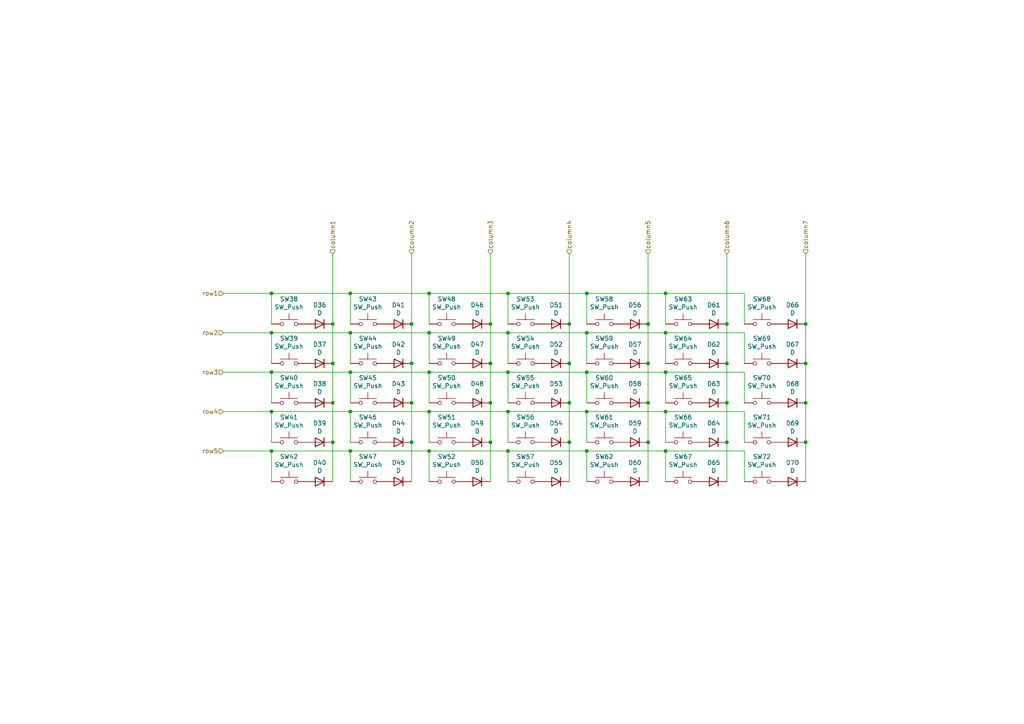
<source format=kicad_sch>
(kicad_sch (version 20211123) (generator eeschema)
  (paper "A4")
  (title_block (title "Xenopon Keyboard") (date "2021-12-15") (rev "2") (company "Jesper Fasth"))
  (lib_symbols
    (symbol "Device:D" (pin_numbers hide) (pin_names (offset 1.016) hide)
      (property "Reference" "D" (at 0 2.54 0))
      (property "Value" "D" (at 0 -2.54 0))
      (symbol "D_0_1"
        (polyline (pts (xy -1.27 1.27) (xy -1.27 -1.27)) (stroke (width 0.254)))
        (polyline (pts (xy 1.27 0) (xy -1.27 0)))
        (polyline (pts (xy 1.27 1.27) (xy 1.27 -1.27) (xy -1.27 0) (xy 1.27 1.27)) (stroke (width 0.254)))
      )
      (symbol "D_1_1"
        (pin passive line (at -3.81 0 0) (length 2.54) (name "K") (number "1"))
        (pin passive line (at 3.81 0 180) (length 2.54) (name "A") (number "2"))
      )
    )
    (symbol "Switch:SW_Push" (pin_numbers hide) (pin_names (offset 1.016) hide)
      (property "Reference" "SW" (at 1.27 2.54 0))
      (property "Value" "SW_Push" (at 0 -1.524 0))
      (symbol "SW_Push_0_1"
        (circle (center -2.032 0) (radius 0.508))
        (polyline (pts (xy 0 1.27) (xy 0 3.048)))
        (polyline (pts (xy 2.54 1.27) (xy -2.54 1.27)))
        (circle (center 2.032 0) (radius 0.508))
        (pin passive line (at -5.08 0 0) (length 2.54) (name "1") (number "1"))
        (pin passive line (at 5.08 0 180) (length 2.54) (name "2") (number "2"))
      )
    )
  )
  (junction (at 96.52 93.98))
  (junction (at 119.38 116.84))
  (junction (at 147.32 130.81))
  (junction (at 233.68 116.84))
  (junction (at 170.18 96.52))
  (junction (at 210.82 116.84))
  (junction (at 147.32 107.95))
  (junction (at 233.68 93.98))
  (junction (at 78.74 107.95))
  (junction (at 96.52 105.41))
  (junction (at 101.6 96.52))
  (junction (at 124.46 96.52))
  (junction (at 165.1 93.98))
  (junction (at 233.68 105.41))
  (junction (at 170.18 107.95))
  (junction (at 210.82 105.41))
  (junction (at 119.38 105.41))
  (junction (at 101.6 130.81))
  (junction (at 101.6 107.95))
  (junction (at 193.04 130.81))
  (junction (at 165.1 105.41))
  (junction (at 101.6 85.09))
  (junction (at 147.32 119.38))
  (junction (at 142.24 105.41))
  (junction (at 187.96 93.98))
  (junction (at 193.04 96.52))
  (junction (at 147.32 96.52))
  (junction (at 233.68 128.27))
  (junction (at 124.46 130.81))
  (junction (at 210.82 93.98))
  (junction (at 142.24 128.27))
  (junction (at 147.32 85.09))
  (junction (at 170.18 119.38))
  (junction (at 187.96 128.27))
  (junction (at 170.18 85.09))
  (junction (at 124.46 85.09))
  (junction (at 78.74 130.81))
  (junction (at 187.96 116.84))
  (junction (at 101.6 119.38))
  (junction (at 119.38 128.27))
  (junction (at 193.04 85.09))
  (junction (at 165.1 116.84))
  (junction (at 165.1 128.27))
  (junction (at 78.74 96.52))
  (junction (at 119.38 93.98))
  (junction (at 193.04 107.95))
  (junction (at 170.18 130.81))
  (junction (at 142.24 116.84))
  (junction (at 142.24 93.98))
  (junction (at 210.82 128.27))
  (junction (at 78.74 119.38))
  (junction (at 96.52 116.84))
  (junction (at 124.46 107.95))
  (junction (at 187.96 105.41))
  (junction (at 124.46 119.38))
  (junction (at 96.52 128.27))
  (junction (at 193.04 119.38))
  (junction (at 78.74 85.09))
  (wire (pts (xy 187.96 128.27) (xy 187.96 139.7)))
  (wire (pts (xy 193.04 119.38) (xy 193.04 128.27)))
  (wire (pts (xy 101.6 85.09) (xy 101.6 93.98)))
  (wire (pts (xy 215.9 130.81) (xy 215.9 139.7)))
  (wire (pts (xy 170.18 119.38) (xy 193.04 119.38)))
  (wire (pts (xy 96.52 93.98) (xy 96.52 105.41)))
  (wire (pts (xy 78.74 85.09) (xy 101.6 85.09)))
  (wire (pts (xy 101.6 107.95) (xy 124.46 107.95)))
  (wire (pts (xy 78.74 130.81) (xy 78.74 139.7)))
  (wire (pts (xy 119.38 128.27) (xy 119.38 116.84)))
  (wire (pts (xy 78.74 107.95) (xy 101.6 107.95)))
  (wire (pts (xy 101.6 119.38) (xy 124.46 119.38)))
  (wire (pts (xy 96.52 105.41) (xy 96.52 116.84)))
  (wire (pts (xy 124.46 130.81) (xy 147.32 130.81)))
  (wire (pts (xy 187.96 73.66) (xy 187.96 93.98)))
  (wire (pts (xy 215.9 119.38) (xy 215.9 128.27)))
  (wire (pts (xy 142.24 105.41) (xy 142.24 93.98)))
  (wire (pts (xy 165.1 116.84) (xy 165.1 128.27)))
  (wire (pts (xy 101.6 96.52) (xy 124.46 96.52)))
  (wire (pts (xy 101.6 130.81) (xy 124.46 130.81)))
  (wire (pts (xy 233.68 128.27) (xy 233.68 139.7)))
  (wire (pts (xy 124.46 96.52) (xy 147.32 96.52)))
  (wire (pts (xy 233.68 116.84) (xy 233.68 128.27)))
  (wire (pts (xy 101.6 96.52) (xy 101.6 105.41)))
  (wire (pts (xy 210.82 73.66) (xy 210.82 93.98)))
  (wire (pts (xy 96.52 116.84) (xy 96.52 128.27)))
  (wire (pts (xy 187.96 93.98) (xy 187.96 105.41)))
  (wire (pts (xy 124.46 107.95) (xy 147.32 107.95)))
  (wire (pts (xy 78.74 119.38) (xy 101.6 119.38)))
  (wire (pts (xy 165.1 73.66) (xy 165.1 93.98)))
  (wire (pts (xy 165.1 105.41) (xy 165.1 116.84)))
  (wire (pts (xy 142.24 116.84) (xy 142.24 105.41)))
  (wire (pts (xy 193.04 96.52) (xy 215.9 96.52)))
  (wire (pts (xy 193.04 107.95) (xy 215.9 107.95)))
  (wire (pts (xy 187.96 116.84) (xy 187.96 128.27)))
  (wire (pts (xy 233.68 93.98) (xy 233.68 105.41)))
  (wire (pts (xy 64.77 85.09) (xy 78.74 85.09)))
  (wire (pts (xy 142.24 93.98) (xy 142.24 73.66)))
  (wire (pts (xy 210.82 128.27) (xy 210.82 139.7)))
  (wire (pts (xy 210.82 93.98) (xy 210.82 105.41)))
  (wire (pts (xy 170.18 96.52) (xy 170.18 105.41)))
  (wire (pts (xy 78.74 85.09) (xy 78.74 93.98)))
  (wire (pts (xy 124.46 96.52) (xy 124.46 105.41)))
  (wire (pts (xy 233.68 105.41) (xy 233.68 116.84)))
  (wire (pts (xy 215.9 96.52) (xy 215.9 105.41)))
  (wire (pts (xy 78.74 96.52) (xy 101.6 96.52)))
  (wire (pts (xy 78.74 96.52) (xy 78.74 105.41)))
  (wire (pts (xy 187.96 105.41) (xy 187.96 116.84)))
  (wire (pts (xy 64.77 130.81) (xy 78.74 130.81)))
  (wire (pts (xy 215.9 107.95) (xy 215.9 116.84)))
  (wire (pts (xy 124.46 107.95) (xy 124.46 116.84)))
  (wire (pts (xy 119.38 93.98) (xy 119.38 73.66)))
  (wire (pts (xy 124.46 119.38) (xy 124.46 128.27)))
  (wire (pts (xy 64.77 96.52) (xy 78.74 96.52)))
  (wire (pts (xy 170.18 119.38) (xy 170.18 128.27)))
  (wire (pts (xy 64.77 107.95) (xy 78.74 107.95)))
  (wire (pts (xy 193.04 119.38) (xy 215.9 119.38)))
  (wire (pts (xy 119.38 139.7) (xy 119.38 128.27)))
  (wire (pts (xy 193.04 85.09) (xy 193.04 93.98)))
  (wire (pts (xy 96.52 128.27) (xy 96.52 139.7)))
  (wire (pts (xy 124.46 85.09) (xy 147.32 85.09)))
  (wire (pts (xy 142.24 139.7) (xy 142.24 128.27)))
  (wire (pts (xy 170.18 96.52) (xy 193.04 96.52)))
  (wire (pts (xy 193.04 107.95) (xy 193.04 116.84)))
  (wire (pts (xy 215.9 85.09) (xy 215.9 93.98)))
  (wire (pts (xy 170.18 85.09) (xy 170.18 93.98)))
  (wire (pts (xy 170.18 130.81) (xy 193.04 130.81)))
  (wire (pts (xy 78.74 107.95) (xy 78.74 116.84)))
  (wire (pts (xy 147.32 85.09) (xy 147.32 93.98)))
  (wire (pts (xy 165.1 128.27) (xy 165.1 139.7)))
  (wire (pts (xy 101.6 119.38) (xy 101.6 128.27)))
  (wire (pts (xy 170.18 107.95) (xy 193.04 107.95)))
  (wire (pts (xy 210.82 105.41) (xy 210.82 116.84)))
  (wire (pts (xy 170.18 130.81) (xy 170.18 139.7)))
  (wire (pts (xy 96.52 73.66) (xy 96.52 93.98)))
  (wire (pts (xy 147.32 130.81) (xy 147.32 139.7)))
  (wire (pts (xy 147.32 130.81) (xy 170.18 130.81)))
  (wire (pts (xy 210.82 116.84) (xy 210.82 128.27)))
  (wire (pts (xy 119.38 116.84) (xy 119.38 105.41)))
  (wire (pts (xy 147.32 119.38) (xy 170.18 119.38)))
  (wire (pts (xy 147.32 85.09) (xy 170.18 85.09)))
  (wire (pts (xy 193.04 96.52) (xy 193.04 105.41)))
  (wire (pts (xy 142.24 128.27) (xy 142.24 116.84)))
  (wire (pts (xy 147.32 96.52) (xy 170.18 96.52)))
  (wire (pts (xy 170.18 85.09) (xy 193.04 85.09)))
  (wire (pts (xy 124.46 119.38) (xy 147.32 119.38)))
  (wire (pts (xy 233.68 73.66) (xy 233.68 93.98)))
  (wire (pts (xy 147.32 119.38) (xy 147.32 128.27)))
  (wire (pts (xy 78.74 130.81) (xy 101.6 130.81)))
  (wire (pts (xy 119.38 105.41) (xy 119.38 93.98)))
  (wire (pts (xy 147.32 107.95) (xy 147.32 116.84)))
  (wire (pts (xy 193.04 130.81) (xy 215.9 130.81)))
  (wire (pts (xy 165.1 93.98) (xy 165.1 105.41)))
  (wire (pts (xy 124.46 130.81) (xy 124.46 139.7)))
  (wire (pts (xy 64.77 119.38) (xy 78.74 119.38)))
  (wire (pts (xy 101.6 107.95) (xy 101.6 116.84)))
  (wire (pts (xy 124.46 85.09) (xy 124.46 93.98)))
  (wire (pts (xy 78.74 119.38) (xy 78.74 128.27)))
  (wire (pts (xy 170.18 107.95) (xy 170.18 116.84)))
  (wire (pts (xy 101.6 85.09) (xy 124.46 85.09)))
  (wire (pts (xy 147.32 107.95) (xy 170.18 107.95)))
  (wire (pts (xy 147.32 96.52) (xy 147.32 105.41)))
  (wire (pts (xy 193.04 130.81) (xy 193.04 139.7)))
  (wire (pts (xy 193.04 85.09) (xy 215.9 85.09)))
  (wire (pts (xy 101.6 130.81) (xy 101.6 139.7)))
  (hierarchical_label "column2" (shape input) (at 119.38 73.66 90))
  (hierarchical_label "column6" (shape input) (at 210.82 73.66 90))
  (hierarchical_label "row3" (shape input) (at 64.77 107.95 180))
  (hierarchical_label "row2" (shape input) (at 64.77 96.52 180))
  (hierarchical_label "row4" (shape input) (at 64.77 119.38 180))
  (hierarchical_label "column1" (shape input) (at 96.52 73.66 90))
  (hierarchical_label "column5" (shape input) (at 187.96 73.66 90))
  (hierarchical_label "column4" (shape input) (at 165.1 73.66 90))
  (hierarchical_label "column7" (shape input) (at 233.68 73.66 90))
  (hierarchical_label "column3" (shape input) (at 142.24 73.66 90))
  (hierarchical_label "row1" (shape input) (at 64.77 85.09 180))
  (hierarchical_label "row5" (shape input) (at 64.77 130.81 180))
  (symbol (lib_id "Switch:SW_Push") (at 83.82 93.98 0) (unit 1)
    (property "Reference" "SW38" (at 83.82 86.741 0))
    (property "Value" "SW_Push" (at 83.82 89.0524 0))
    (property "Footprint" "XenophonFootprintLibrary:SW_Cherry_MX_1.00u_PCB" (effects hide))
  )
  (symbol (lib_id "Device:D") (at 92.71 93.98 180) (unit 1)
    (property "Reference" "D36" (at 92.71 88.4682 0))
    (property "Value" "D" (at 92.71 90.7796 0))
    (property "Footprint" "Diode_SMD:D_1206_3216Metric" (effects hide))
  )
  (symbol (lib_id "Switch:SW_Push") (at 83.82 105.41 0) (unit 1)
    (property "Reference" "SW39" (at 83.82 98.171 0))
    (property "Value" "SW_Push" (at 83.82 100.4824 0))
    (property "Footprint" "XenophonFootprintLibrary:SW_Cherry_MX_1.00u_PCB" (effects hide))
  )
  (symbol (lib_id "Device:D") (at 92.71 105.41 180) (unit 1)
    (property "Reference" "D37" (at 92.71 99.8982 0))
    (property "Value" "D" (at 92.71 102.2096 0))
    (property "Footprint" "Diode_SMD:D_1206_3216Metric" (effects hide))
  )
  (symbol (lib_id "Switch:SW_Push") (at 83.82 116.84 0) (unit 1)
    (property "Reference" "SW40" (at 83.82 109.601 0))
    (property "Value" "SW_Push" (at 83.82 111.9124 0))
    (property "Footprint" "XenophonFootprintLibrary:SW_Cherry_MX_1.00u_PCB" (effects hide))
  )
  (symbol (lib_id "Device:D") (at 92.71 116.84 180) (unit 1)
    (property "Reference" "D38" (at 92.71 111.3282 0))
    (property "Value" "D" (at 92.71 113.6396 0))
    (property "Footprint" "Diode_SMD:D_1206_3216Metric" (effects hide))
  )
  (symbol (lib_id "Switch:SW_Push") (at 83.82 128.27 0) (unit 1)
    (property "Reference" "SW41" (at 83.82 121.031 0))
    (property "Value" "SW_Push" (at 83.82 123.3424 0))
    (property "Footprint" "XenophonFootprintLibrary:SW_Cherry_MX_1.00u_PCB" (effects hide))
  )
  (symbol (lib_id "Device:D") (at 92.71 128.27 180) (unit 1)
    (property "Reference" "D39" (at 92.71 122.7582 0))
    (property "Value" "D" (at 92.71 125.0696 0))
    (property "Footprint" "Diode_SMD:D_1206_3216Metric" (effects hide))
  )
  (symbol (lib_id "Switch:SW_Push") (at 83.82 139.7 0) (unit 1)
    (property "Reference" "SW42" (at 83.82 132.461 0))
    (property "Value" "SW_Push" (at 83.82 134.7724 0))
    (property "Footprint" "XenophonFootprintLibrary:SW_Cherry_MX_1.00u_PCB" (effects hide))
  )
  (symbol (lib_id "Device:D") (at 92.71 139.7 180) (unit 1)
    (property "Reference" "D40" (at 92.71 134.1882 0))
    (property "Value" "D" (at 92.71 136.4996 0))
    (property "Footprint" "Diode_SMD:D_1206_3216Metric" (effects hide))
  )
  (symbol (lib_id "Switch:SW_Push") (at 106.68 93.98 0) (unit 1)
    (property "Reference" "SW43" (at 106.68 86.741 0))
    (property "Value" "SW_Push" (at 106.68 89.0524 0))
    (property "Footprint" "XenophonFootprintLibrary:SW_Cherry_MX_1.00u_PCB" (effects hide))
  )
  (symbol (lib_id "Device:D") (at 115.57 93.98 180) (unit 1)
    (property "Reference" "D41" (at 115.57 88.4682 0))
    (property "Value" "D" (at 115.57 90.7796 0))
    (property "Footprint" "Diode_SMD:D_1206_3216Metric" (effects hide))
  )
  (symbol (lib_id "Switch:SW_Push") (at 106.68 105.41 0) (unit 1)
    (property "Reference" "SW44" (at 106.68 98.171 0))
    (property "Value" "SW_Push" (at 106.68 100.4824 0))
    (property "Footprint" "XenophonFootprintLibrary:SW_Cherry_MX_1.00u_PCB" (effects hide))
  )
  (symbol (lib_id "Device:D") (at 115.57 105.41 180) (unit 1)
    (property "Reference" "D42" (at 115.57 99.8982 0))
    (property "Value" "D" (at 115.57 102.2096 0))
    (property "Footprint" "Diode_SMD:D_1206_3216Metric" (effects hide))
  )
  (symbol (lib_id "Switch:SW_Push") (at 106.68 116.84 0) (unit 1)
    (property "Reference" "SW45" (at 106.68 109.601 0))
    (property "Value" "SW_Push" (at 106.68 111.9124 0))
    (property "Footprint" "XenophonFootprintLibrary:SW_Cherry_MX_1.00u_PCB" (effects hide))
  )
  (symbol (lib_id "Device:D") (at 115.57 116.84 180) (unit 1)
    (property "Reference" "D43" (at 115.57 111.3282 0))
    (property "Value" "D" (at 115.57 113.6396 0))
    (property "Footprint" "Diode_SMD:D_1206_3216Metric" (effects hide))
  )
  (symbol (lib_id "Switch:SW_Push") (at 106.68 128.27 0) (unit 1)
    (property "Reference" "SW46" (at 106.68 121.031 0))
    (property "Value" "SW_Push" (at 106.68 123.3424 0))
    (property "Footprint" "XenophonFootprintLibrary:SW_Cherry_MX_1.00u_PCB" (effects hide))
  )
  (symbol (lib_id "Device:D") (at 115.57 128.27 180) (unit 1)
    (property "Reference" "D44" (at 115.57 122.7582 0))
    (property "Value" "D" (at 115.57 125.0696 0))
    (property "Footprint" "Diode_SMD:D_1206_3216Metric" (effects hide))
  )
  (symbol (lib_id "Switch:SW_Push") (at 106.68 139.7 0) (unit 1)
    (property "Reference" "SW47" (at 106.68 132.461 0))
    (property "Value" "SW_Push" (at 106.68 134.7724 0))
    (property "Footprint" "XenophonFootprintLibrary:SW_Cherry_MX_1.00u_PCB" (effects hide))
  )
  (symbol (lib_id "Device:D") (at 115.57 139.7 180) (unit 1)
    (property "Reference" "D45" (at 115.57 134.1882 0))
    (property "Value" "D" (at 115.57 136.4996 0))
    (property "Footprint" "Diode_SMD:D_1206_3216Metric" (effects hide))
  )
  (symbol (lib_id "Switch:SW_Push") (at 129.54 93.98 0) (unit 1)
    (property "Reference" "SW48" (at 129.54 86.741 0))
    (property "Value" "SW_Push" (at 129.54 89.0524 0))
    (property "Footprint" "XenophonFootprintLibrary:SW_Cherry_MX_1.00u_PCB" (effects hide))
  )
  (symbol (lib_id "Device:D") (at 138.43 93.98 180) (unit 1)
    (property "Reference" "D46" (at 138.43 88.4682 0))
    (property "Value" "D" (at 138.43 90.7796 0))
    (property "Footprint" "Diode_SMD:D_1206_3216Metric" (effects hide))
  )
  (symbol (lib_id "Switch:SW_Push") (at 129.54 105.41 0) (unit 1)
    (property "Reference" "SW49" (at 129.54 98.171 0))
    (property "Value" "SW_Push" (at 129.54 100.4824 0))
    (property "Footprint" "XenophonFootprintLibrary:SW_Cherry_MX_1.00u_PCB" (effects hide))
  )
  (symbol (lib_id "Device:D") (at 138.43 105.41 180) (unit 1)
    (property "Reference" "D47" (at 138.43 99.8982 0))
    (property "Value" "D" (at 138.43 102.2096 0))
    (property "Footprint" "Diode_SMD:D_1206_3216Metric" (effects hide))
  )
  (symbol (lib_id "Switch:SW_Push") (at 129.54 116.84 0) (unit 1)
    (property "Reference" "SW50" (at 129.54 109.601 0))
    (property "Value" "SW_Push" (at 129.54 111.9124 0))
    (property "Footprint" "XenophonFootprintLibrary:SW_Cherry_MX_1.00u_PCB" (effects hide))
  )
  (symbol (lib_id "Device:D") (at 138.43 116.84 180) (unit 1)
    (property "Reference" "D48" (at 138.43 111.3282 0))
    (property "Value" "D" (at 138.43 113.6396 0))
    (property "Footprint" "Diode_SMD:D_1206_3216Metric" (effects hide))
  )
  (symbol (lib_id "Switch:SW_Push") (at 129.54 128.27 0) (unit 1)
    (property "Reference" "SW51" (at 129.54 121.031 0))
    (property "Value" "SW_Push" (at 129.54 123.3424 0))
    (property "Footprint" "XenophonFootprintLibrary:SW_Cherry_MX_1.00u_PCB" (effects hide))
  )
  (symbol (lib_id "Device:D") (at 138.43 128.27 180) (unit 1)
    (property "Reference" "D49" (at 138.43 122.7582 0))
    (property "Value" "D" (at 138.43 125.0696 0))
    (property "Footprint" "Diode_SMD:D_1206_3216Metric" (effects hide))
  )
  (symbol (lib_id "Switch:SW_Push") (at 129.54 139.7 0) (unit 1)
    (property "Reference" "SW52" (at 129.54 132.461 0))
    (property "Value" "SW_Push" (at 129.54 134.7724 0))
    (property "Footprint" "XenophonFootprintLibrary:SW_Cherry_MX_1.00u_PCB" (effects hide))
  )
  (symbol (lib_id "Device:D") (at 138.43 139.7 180) (unit 1)
    (property "Reference" "D50" (at 138.43 134.1882 0))
    (property "Value" "D" (at 138.43 136.4996 0))
    (property "Footprint" "Diode_SMD:D_1206_3216Metric" (effects hide))
  )
  (symbol (lib_id "Switch:SW_Push") (at 152.4 93.98 0) (unit 1)
    (property "Reference" "SW53" (at 152.4 86.741 0))
    (property "Value" "SW_Push" (at 152.4 89.0524 0))
    (property "Footprint" "XenophonFootprintLibrary:SW_Cherry_MX_1.00u_PCB" (effects hide))
  )
  (symbol (lib_id "Device:D") (at 161.29 93.98 180) (unit 1)
    (property "Reference" "D51" (at 161.29 88.4682 0))
    (property "Value" "D" (at 161.29 90.7796 0))
    (property "Footprint" "Diode_SMD:D_1206_3216Metric" (effects hide))
  )
  (symbol (lib_id "Switch:SW_Push") (at 152.4 105.41 0) (unit 1)
    (property "Reference" "SW54" (at 152.4 98.171 0))
    (property "Value" "SW_Push" (at 152.4 100.4824 0))
    (property "Footprint" "XenophonFootprintLibrary:SW_Cherry_MX_1.00u_PCB" (effects hide))
  )
  (symbol (lib_id "Device:D") (at 161.29 105.41 180) (unit 1)
    (property "Reference" "D52" (at 161.29 99.8982 0))
    (property "Value" "D" (at 161.29 102.2096 0))
    (property "Footprint" "Diode_SMD:D_1206_3216Metric" (effects hide))
  )
  (symbol (lib_id "Switch:SW_Push") (at 152.4 116.84 0) (unit 1)
    (property "Reference" "SW55" (at 152.4 109.601 0))
    (property "Value" "SW_Push" (at 152.4 111.9124 0))
    (property "Footprint" "XenophonFootprintLibrary:SW_Cherry_MX_1.00u_PCB" (effects hide))
  )
  (symbol (lib_id "Device:D") (at 161.29 116.84 180) (unit 1)
    (property "Reference" "D53" (at 161.29 111.3282 0))
    (property "Value" "D" (at 161.29 113.6396 0))
    (property "Footprint" "Diode_SMD:D_1206_3216Metric" (effects hide))
  )
  (symbol (lib_id "Switch:SW_Push") (at 152.4 128.27 0) (unit 1)
    (property "Reference" "SW56" (at 152.4 121.031 0))
    (property "Value" "SW_Push" (at 152.4 123.3424 0))
    (property "Footprint" "XenophonFootprintLibrary:SW_Cherry_MX_1.00u_PCB" (effects hide))
  )
  (symbol (lib_id "Device:D") (at 161.29 128.27 180) (unit 1)
    (property "Reference" "D54" (at 161.29 122.7582 0))
    (property "Value" "D" (at 161.29 125.0696 0))
    (property "Footprint" "Diode_SMD:D_1206_3216Metric" (effects hide))
  )
  (symbol (lib_id "Switch:SW_Push") (at 152.4 139.7 0) (unit 1)
    (property "Reference" "SW57" (at 152.4 132.461 0))
    (property "Value" "SW_Push" (at 152.4 134.7724 0))
    (property "Footprint" "XenophonFootprintLibrary:SW_Cherry_MX_1.00u_PCB" (effects hide))
  )
  (symbol (lib_id "Device:D") (at 161.29 139.7 180) (unit 1)
    (property "Reference" "D55" (at 161.29 134.1882 0))
    (property "Value" "D" (at 161.29 136.4996 0))
    (property "Footprint" "Diode_SMD:D_1206_3216Metric" (effects hide))
  )
  (symbol (lib_id "Switch:SW_Push") (at 175.26 93.98 0) (unit 1)
    (property "Reference" "SW58" (at 175.26 86.741 0))
    (property "Value" "SW_Push" (at 175.26 89.0524 0))
    (property "Footprint" "XenophonFootprintLibrary:SW_Cherry_MX_1.00u_PCB" (effects hide))
  )
  (symbol (lib_id "Device:D") (at 184.15 93.98 180) (unit 1)
    (property "Reference" "D56" (at 184.15 88.4682 0))
    (property "Value" "D" (at 184.15 90.7796 0))
    (property "Footprint" "Diode_SMD:D_1206_3216Metric" (effects hide))
  )
  (symbol (lib_id "Switch:SW_Push") (at 175.26 105.41 0) (unit 1)
    (property "Reference" "SW59" (at 175.26 98.171 0))
    (property "Value" "SW_Push" (at 175.26 100.4824 0))
    (property "Footprint" "XenophonFootprintLibrary:SW_Cherry_MX_1.00u_PCB" (effects hide))
  )
  (symbol (lib_id "Device:D") (at 184.15 105.41 180) (unit 1)
    (property "Reference" "D57" (at 184.15 99.8982 0))
    (property "Value" "D" (at 184.15 102.2096 0))
    (property "Footprint" "Diode_SMD:D_1206_3216Metric" (effects hide))
  )
  (symbol (lib_id "Switch:SW_Push") (at 175.26 116.84 0) (unit 1)
    (property "Reference" "SW60" (at 175.26 109.601 0))
    (property "Value" "SW_Push" (at 175.26 111.9124 0))
    (property "Footprint" "XenophonFootprintLibrary:SW_Cherry_MX_1.00u_PCB" (effects hide))
  )
  (symbol (lib_id "Device:D") (at 184.15 116.84 180) (unit 1)
    (property "Reference" "D58" (at 184.15 111.3282 0))
    (property "Value" "D" (at 184.15 113.6396 0))
    (property "Footprint" "Diode_SMD:D_1206_3216Metric" (effects hide))
  )
  (symbol (lib_id "Switch:SW_Push") (at 175.26 128.27 0) (unit 1)
    (property "Reference" "SW61" (at 175.26 121.031 0))
    (property "Value" "SW_Push" (at 175.26 123.3424 0))
    (property "Footprint" "XenophonFootprintLibrary:SW_Cherry_MX_1.00u_PCB" (effects hide))
  )
  (symbol (lib_id "Device:D") (at 184.15 128.27 180) (unit 1)
    (property "Reference" "D59" (at 184.15 122.7582 0))
    (property "Value" "D" (at 184.15 125.0696 0))
    (property "Footprint" "Diode_SMD:D_1206_3216Metric" (effects hide))
  )
  (symbol (lib_id "Switch:SW_Push") (at 175.26 139.7 0) (unit 1)
    (property "Reference" "SW62" (at 175.26 132.461 0))
    (property "Value" "SW_Push" (at 175.26 134.7724 0))
    (property "Footprint" "XenophonFootprintLibrary:SW_Cherry_MX_1.00u_PCB" (effects hide))
  )
  (symbol (lib_id "Device:D") (at 184.15 139.7 180) (unit 1)
    (property "Reference" "D60" (at 184.15 134.1882 0))
    (property "Value" "D" (at 184.15 136.4996 0))
    (property "Footprint" "Diode_SMD:D_1206_3216Metric" (effects hide))
  )
  (symbol (lib_id "Switch:SW_Push") (at 198.12 93.98 0) (unit 1)
    (property "Reference" "SW63" (at 198.12 86.741 0))
    (property "Value" "SW_Push" (at 198.12 89.0524 0))
    (property "Footprint" "XenophonFootprintLibrary:SW_Cherry_MX_1.00u_PCB" (effects hide))
  )
  (symbol (lib_id "Device:D") (at 207.01 93.98 180) (unit 1)
    (property "Reference" "D61" (at 207.01 88.4682 0))
    (property "Value" "D" (at 207.01 90.7796 0))
    (property "Footprint" "Diode_SMD:D_1206_3216Metric" (effects hide))
  )
  (symbol (lib_id "Switch:SW_Push") (at 198.12 105.41 0) (unit 1)
    (property "Reference" "SW64" (at 198.12 98.171 0))
    (property "Value" "SW_Push" (at 198.12 100.4824 0))
    (property "Footprint" "XenophonFootprintLibrary:SW_Cherry_MX_1.00u_PCB" (effects hide))
  )
  (symbol (lib_id "Device:D") (at 207.01 105.41 180) (unit 1)
    (property "Reference" "D62" (at 207.01 99.8982 0))
    (property "Value" "D" (at 207.01 102.2096 0))
    (property "Footprint" "Diode_SMD:D_1206_3216Metric" (effects hide))
  )
  (symbol (lib_id "Switch:SW_Push") (at 198.12 116.84 0) (unit 1)
    (property "Reference" "SW65" (at 198.12 109.601 0))
    (property "Value" "SW_Push" (at 198.12 111.9124 0))
    (property "Footprint" "XenophonFootprintLibrary:SW_Cherry_MX_1.00u_PCB" (effects hide))
  )
  (symbol (lib_id "Device:D") (at 207.01 116.84 180) (unit 1)
    (property "Reference" "D63" (at 207.01 111.3282 0))
    (property "Value" "D" (at 207.01 113.6396 0))
    (property "Footprint" "Diode_SMD:D_1206_3216Metric" (effects hide))
  )
  (symbol (lib_id "Switch:SW_Push") (at 198.12 128.27 0) (unit 1)
    (property "Reference" "SW66" (at 198.12 121.031 0))
    (property "Value" "SW_Push" (at 198.12 123.3424 0))
    (property "Footprint" "XenophonFootprintLibrary:SW_Cherry_MX_1.00u_PCB" (effects hide))
  )
  (symbol (lib_id "Device:D") (at 207.01 128.27 180) (unit 1)
    (property "Reference" "D64" (at 207.01 122.7582 0))
    (property "Value" "D" (at 207.01 125.0696 0))
    (property "Footprint" "Diode_SMD:D_1206_3216Metric" (effects hide))
  )
  (symbol (lib_id "Switch:SW_Push") (at 198.12 139.7 0) (unit 1)
    (property "Reference" "SW67" (at 198.12 132.461 0))
    (property "Value" "SW_Push" (at 198.12 134.7724 0))
    (property "Footprint" "XenophonFootprintLibrary:SW_Cherry_MX_1.00u_PCB" (effects hide))
  )
  (symbol (lib_id "Device:D") (at 207.01 139.7 180) (unit 1)
    (property "Reference" "D65" (at 207.01 134.1882 0))
    (property "Value" "D" (at 207.01 136.4996 0))
    (property "Footprint" "Diode_SMD:D_1206_3216Metric" (effects hide))
  )
  (symbol (lib_id "Switch:SW_Push") (at 220.98 93.98 0) (unit 1)
    (property "Reference" "SW68" (at 220.98 86.741 0))
    (property "Value" "SW_Push" (at 220.98 89.0524 0))
    (property "Footprint" "XenophonFootprintLibrary:SW_Cherry_MX_1.50u_PCB" (effects hide))
  )
  (symbol (lib_id "Device:D") (at 229.87 93.98 180) (unit 1)
    (property "Reference" "D66" (at 229.87 88.4682 0))
    (property "Value" "D" (at 229.87 90.7796 0))
    (property "Footprint" "Diode_SMD:D_1206_3216Metric" (effects hide))
  )
  (symbol (lib_id "Switch:SW_Push") (at 220.98 105.41 0) (unit 1)
    (property "Reference" "SW69" (at 220.98 98.171 0))
    (property "Value" "SW_Push" (at 220.98 100.4824 0))
    (property "Footprint" "XenophonFootprintLibrary:SW_Cherry_MX_1.50u_PCB" (effects hide))
  )
  (symbol (lib_id "Device:D") (at 229.87 105.41 180) (unit 1)
    (property "Reference" "D67" (at 229.87 99.8982 0))
    (property "Value" "D" (at 229.87 102.2096 0))
    (property "Footprint" "Diode_SMD:D_1206_3216Metric" (effects hide))
  )
  (symbol (lib_id "Switch:SW_Push") (at 220.98 116.84 0) (unit 1)
    (property "Reference" "SW70" (at 220.98 109.601 0))
    (property "Value" "SW_Push" (at 220.98 111.9124 0))
    (property "Footprint" "XenophonFootprintLibrary:SW_Cherry_MX_1.50u_PCB" (effects hide))
  )
  (symbol (lib_id "Device:D") (at 229.87 116.84 180) (unit 1)
    (property "Reference" "D68" (at 229.87 111.3282 0))
    (property "Value" "D" (at 229.87 113.6396 0))
    (property "Footprint" "Diode_SMD:D_1206_3216Metric" (effects hide))
  )
  (symbol (lib_id "Switch:SW_Push") (at 220.98 128.27 0) (unit 1)
    (property "Reference" "SW71" (at 220.98 121.031 0))
    (property "Value" "SW_Push" (at 220.98 123.3424 0))
    (property "Footprint" "XenophonFootprintLibrary:SW_Cherry_MX_1.50u_PCB" (effects hide))
  )
  (symbol (lib_id "Device:D") (at 229.87 128.27 180) (unit 1)
    (property "Reference" "D69" (at 229.87 122.7582 0))
    (property "Value" "D" (at 229.87 125.0696 0))
    (property "Footprint" "Diode_SMD:D_1206_3216Metric" (effects hide))
  )
  (symbol (lib_id "Switch:SW_Push") (at 220.98 139.7 0) (unit 1)
    (property "Reference" "SW72" (at 220.98 132.461 0))
    (property "Value" "SW_Push" (at 220.98 134.7724 0))
    (property "Footprint" "XenophonFootprintLibrary:SW_Cherry_MX_1.50u_PCB" (effects hide))
  )
  (symbol (lib_id "Device:D") (at 229.87 139.7 180) (unit 1)
    (property "Reference" "D70" (at 229.87 134.1882 0))
    (property "Value" "D" (at 229.87 136.4996 0))
    (property "Footprint" "Diode_SMD:D_1206_3216Metric" (effects hide))
  )
)
</source>
